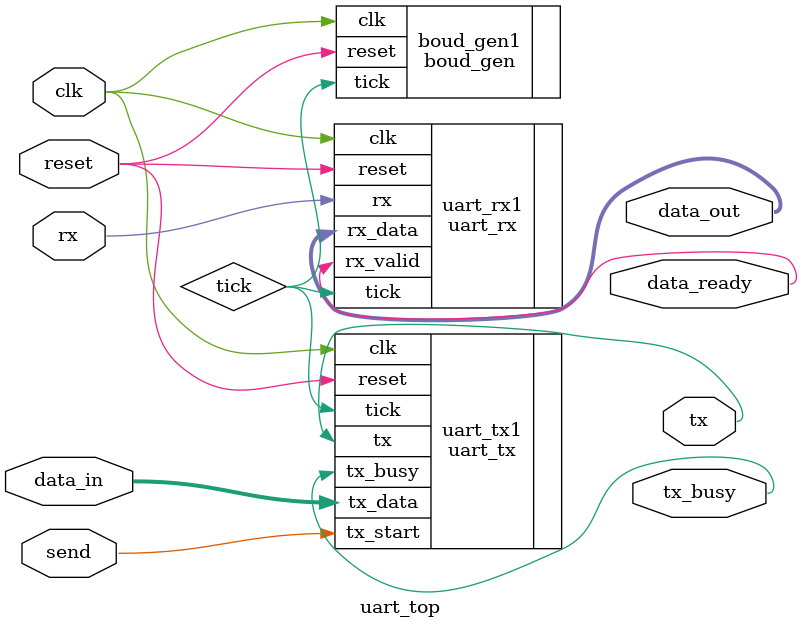
<source format=sv>
`include "boud_gen.v"
`include "tx_uart.v"
`include "rx_uart.v"

module uart_top(clk,reset,send,data_in,rx,data_out,tx,data_ready,tx_busy);
input clk,reset;
input send,rx;
input [7:0] data_in;
output tx,tx_busy,data_ready;
output[7:0]data_out;
logic tick;
  
   parameter CLK_PER_BIT=5208;
  
  
  boud_gen #(
    .CLK_PER_BIT(CLK_PER_BIT)
  ) boud_gen1 (.clk(clk),
               .reset(reset),
               .tick(tick)
  );
  
  uart_tx uart_tx1(.clk(clk),
                   .reset(reset),
                   .tx_data(data_in),
                   .tx(tx),
                   .tick(tick),
                   .tx_start(send),
                   .tx_busy(tx_busy));
  
  
  uart_rx  #(
    .CLK_PER_BIT(CLK_PER_BIT) )uart_rx1(
    .clk(clk),
    .reset(reset),
    .tick(tick),
    .rx(rx),
    .rx_data(data_out),
    .rx_valid(data_ready));
  
endmodule
  

</source>
